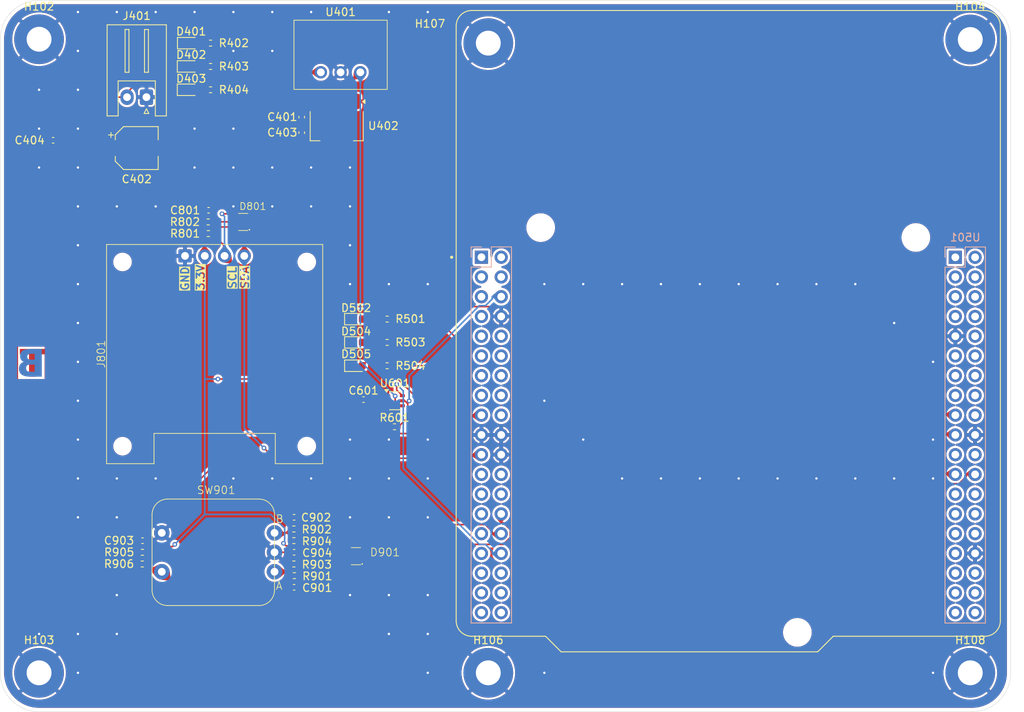
<source format=kicad_pcb>
(kicad_pcb (version 20240108) (generator "pcbnew") (generator_version "8.0")
  (title_block (title "Alarm System – Main Processing Board\n\n") (date "2025-04-15") (rev "1.0") (company "ENSEA") (comment 1 "AHAL Achraf") (comment 2 "HUSSAIN Ali"))
  (layers (0 "F.Cu" signal) (31 "B.Cu" signal) (34 "B.Paste" user) (35 "F.Paste" user) (36 "B.SilkS" user "B.Silkscreen") (37 "F.SilkS" user "F.Silkscreen") (38 "B.Mask" user) (39 "F.Mask" user) (44 "Edge.Cuts" user))
  (net 0 "")
  (net 1 "+12V")
  (net 2 "GND")
  (net 3 "+3.3V")
  (net 4 "+5V")
  (net 5 "/Current_NCS199A3RSQT2G/Load")
  (net 6 "/NUCLEO_L476RG/TIM2_CH1_ENC_A")
  (net 7 "/NUCLEO_L476RG/TIM2_CH2_ENC_B")
  (net 8 "Net-(D401-A)")
  (net 9 "Net-(D402-A)")
  (net 10 "Net-(D403-A)")
  (net 19 "/NUCLEO_L476RG/I2C1_SDA")
  (net 20 "/NUCLEO_L476RG/I2C1_SCL")
  (net 46 "/Current_NCS199A3RSQT2G/Imes")
  (net 75 "/NUCLEO_L476RG/ENC_BTN")
  (net 76 "/NUCLEO_L476RG/LED_3")
  (net 77 "/NUCLEO_L476RG/LED_2")
  (net 78 "/NUCLEO_L476RG/LED_0")
  (net 79 "Net-(D502-A)")
  (net 80 "Net-(D504-A)")
  (net 81 "Net-(D505-A)")
  (net 82 "/Rotary_Encodeur/S")
  (net 83 "/Rotary_Encodeur/B")
  (net 84 "/Rotary_Encodeur/A")
  (footprint "Capacitor_SMD:C_0402_1005Metric" (layer "F.Cu") (at 105.53775 75.01615)
    (property "Reference" "C801")
    (property "Value" "1u" (hide yes))
  )
  (footprint "Resistor_SMD:R_0402_1005Metric" (layer "F.Cu") (at 105.50775 78.01615 180)
    (property "Reference" "R801")
    (property "Value" "1k" (hide yes))
  )
  (footprint "Resistor_SMD:R_0402_1005Metric" (layer "F.Cu") (at 105.79525 56.51615)
    (property "Reference" "R403")
    (property "Value" "1k6" (hide yes))
  )
  (footprint "Package_TO_SOT_SMD:SOT-363_SC-70-6" (layer "F.Cu") (at 129.51775 99.51615)
    (property "Reference" "U601")
    (property "Value" "NCS199A3RSQT2G" (hide yes))
  )
  (footprint "LED_SMD:LED_0603_1608Metric" (layer "F.Cu") (at 102.99775 56.51615)
    (property "Reference" "D402")
    (property "Value" "RED_LED" (hide yes))
  )
  (footprint "Capacitor_SMD:C_0402_1005Metric" (layer "F.Cu") (at 117.51775 65.03615 90)
    (property "Reference" "C403")
    (property "Value" "100u" (hide yes))
  )
  (footprint "Library:173010xxx" (layer "F.Cu") (at 122.51775 57.26615)
    (property "Reference" "U401")
    (property "Value" "173010542" (hide yes))
  )
  (footprint "Library:482016514001_Mechanical_Incremental_Encoder_Switch" (layer "F.Cu") (at 106.51775 119.01615)
    (property "Reference" "SW901")
    (property "Value" "RotaryEncoder_Switch" (hide yes))
  )
  (footprint "Capacitor_SMD:C_0402_1005Metric" (layer "F.Cu") (at 116.53775 119.01615 180)
    (property "Reference" "C904")
    (property "Value" "100n" (hide yes))
  )
  (footprint "LED_SMD:LED_0603_1608Metric" (layer "F.Cu") (at 102.99775 59.51615)
    (property "Reference" "D403")
    (property "Value" "RED_LED" (hide yes))
  )
  (footprint "Resistor_SMD:R_0402_1005Metric" (layer "F.Cu") (at 116.50775 116.01615 180)
    (property "Reference" "R902")
    (property "Value" "10k" (hide yes))
  )
  (footprint "Capacitor_SMD:C_0402_1005Metric" (layer "F.Cu") (at 97.03775 117.51615)
    (property "Reference" "C903")
    (property "Value" "10n" (hide yes))
  )
  (footprint "LED_SMD:LED_0603_1608Metric" (layer "F.Cu") (at 124.51775 89.01615)
    (property "Reference" "D502")
    (property "Value" "RED_LED" (hide yes))
  )
  (footprint "Resistor_SMD:R_0402_1005Metric" (layer "F.Cu") (at 97.02775 119.01615)
    (property "Reference" "R905")
    (property "Value" "10k" (hide yes))
  )
  (footprint "Resistor_SMD:R_0402_1005Metric" (layer "F.Cu") (at 128.50775 95.01615)
    (property "Reference" "R504")
    (property "Value" "400" (hide yes))
  )
  (footprint "Resistor_SMD:R_0402_1005Metric" (layer "F.Cu") (at 129.45775 102.86615)
    (property "Reference" "R601")
    (property "Value" "30m" (hide yes))
  )
  (footprint "Resistor_SMD:R_0402_1005Metric" (layer "F.Cu") (at 105.48775 76.51615 180)
    (property "Reference" "R802")
    (property "Value" "1k" (hide yes))
  )
  (footprint "LED_SMD:LED_0603_1608Metric" (layer "F.Cu") (at 124.51775 92.01615)
    (property "Reference" "D504")
    (property "Value" "YELLOW_LED")
  )
  (footprint "Library:NUCLEO_L476RG" (layer "F.Cu") (at 172.38775 103.91615)
    (property "Reference" "U501")
    (property "Value" "NUCLEO_L476RG")
  )
  (footprint "Library:SBC-OLED01" (layer "F.Cu") (at 108.01775 94.51615)
    (property "Reference" "J801")
    (property "Value" "Conn_01x04" (hide yes))
  )
  (footprint "MountingHole:MountingHole_3.2mm_M3_Pad" (layer "F.Cu") (at 83.73025 53.01615)
    (property "Reference" "H102")
    (property "Value" "MountingHole_Pad" (hide yes))
  )
  (footprint "Resistor_SMD:R_0402_1005Metric" (layer "F.Cu") (at 105.79525 53.51615)
    (property "Reference" "R402")
    (property "Value" "5k1" (hide yes))
  )
  (footprint "Resistor_SMD:R_0402_1005Metric" (layer "F.Cu") (at 116.50775 120.51615 180)
    (property "Reference" "R903")
    (property "Value" "10k" (hide yes))
  )
  (footprint "Package_TO_SOT_SMD:SOT-223-3_TabPin2" (layer "F.Cu") (at 122.01775 64.16615 -90)
    (property "Reference" "U402")
    (property "Value" "AZ1117CH2-3.3TRG1" (hide yes))
  )
  (footprint "Resistor_SMD:R_0402_1005Metric" (layer "F.Cu") (at 116.56775 122.01615 180)
    (property "Reference" "R901")
    (property "Value" "10k" (hide yes))
  )
  (footprint "Library:SC70-5L" (layer "F.Cu") (at 110.01775 76.51615 90)
    (property "Reference" "D801")
    (property "Value" "WE 82402374" (hide yes))
  )
  (footprint "MountingHole:MountingHole_3.2mm_M3_Pad" (layer "F.Cu") (at 83.73025 134.51615)
    (property "Reference" "H103")
    (property "Value" "MountingHole_Pad" (hide yes))
  )
  (footprint "Capacitor_SMD:C_0402_1005Metric" (layer "F.Cu") (at 117.51775 63.03615 -90)
    (property "Reference" "C401")
    (property "Value" "10u" (hide yes))
  )
  (footprint "Capacitor_SMD:C_0402_1005Metric" (layer "F.Cu") (at 85.53775 66.01615 180)
    (property "Reference" "C404")
    (property "Value" "100n" (hide yes))
  )
  (footprint "MountingHole:MountingHole_3.2mm_M3_Pad" (layer "F.Cu") (at 141.51775 53.51615)
    (property "Reference" "H107")
    (property "Value" "MountingHole_Pad")
  )
  (footprint "Capacitor_SMD:C_0402_1005Metric" (layer "F.Cu") (at 116.53775 123.51615 180)
    (property "Reference" "C901")
    (property "Value" "10n" (hide yes))
  )
  (footprint "Capacitor_SMD:C_0402_1005Metric" (layer "F.Cu") (at 116.53775 114.51615 180)
    (property "Reference" "C902")
    (property "Value" "10n" (hide yes))
  )
  (footprint "LED_SMD:LED_0603_1608Metric" (layer "F.Cu") (at 124.51775 95.01615)
    (property "Reference" "D505")
    (property "Value" "GREEN_LED" (hide yes))
  )
  (footprint "MountingHole:MountingHole_3.2mm_M3_Pad" (layer "F.Cu") (at 203.51775 53.05165)
    (property "Reference" "H104")
    (property "Value" "MountingHole_Pad")
  )
  (footprint "Library:SC70-5L" (layer "F.Cu") (at 124.51775 119.51615 90)
    (property "Reference" "D901")
    (property "Value" "WE 82402374" (hide yes))
  )
  (footprint "LED_SMD:LED_0603_1608Metric" (layer "F.Cu") (at 103.01775 53.51615)
    (property "Reference" "D401")
    (property "Value" "RED_LED" (hide yes))
  )
  (footprint "Resistor_SMD:R_0402_1005Metric" (layer "F.Cu") (at 128.50775 92.01615)
    (property "Reference" "R503")
    (property "Value" "800" (hide yes))
  )
  (footprint "Resistor_SMD:R_0402_1005Metric" (layer "F.Cu") (at 97.00775 120.51615 180)
    (property "Reference" "R906")
    (property "Value" "10k" (hide yes))
  )
  (footprint "Resistor_SMD:R_0402_1005Metric" (layer "F.Cu") (at 128.50775 89.01615)
    (property "Reference" "R501")
    (property "Value" "800" (hide yes))
  )
  (footprint "Capacitor_SMD:CP_Elec_5x5.4" (layer "F.Cu") (at 96.29525 67.01615)
    (property "Reference" "C402")
    (property "Value" "22u" (hide yes))
  )
  (footprint "Connector_JST:JST_XH_S2B-XH-A_1x02_P2.50mm_Horizontal" (layer "F.Cu") (at 97.54525 60.46615 180)
    (property "Reference" "J401")
    (property "Value" "Conn_01x02" (hide yes))
  )
  (footprint "Resistor_SMD:R_0402_1005Metric" (layer "F.Cu") (at 105.79525 59.51615)
    (property "Reference" "R404")
    (property "Value" "820" (hide yes))
  )
  (footprint "MountingHole:MountingHole_3.2mm_M3_Pad" (layer "F.Cu") (at 141.51775 134.51615)
    (property "Reference" "H106")
    (property "Value" "MountingHole_Pad")
  )
  (footprint "Resistor_SMD:R_0402_1005Metric" (layer "F.Cu") (at 116.50775 117.51615 180)
    (property "Reference" "R904")
    (property "Value" "10k" (hide yes))
  )
  (footprint "MountingHole:MountingHole_3.2mm_M3_Pad" (layer "F.Cu") (at 203.51775 134.51615)
    (property "Reference" "H108")
    (property "Value" "MountingHole_Pad")
  )
  (footprint "Capacitor_SMD:C_0402_1005Metric" (layer "F.Cu") (at 125.46775 99.36615)
    (property "Reference" "C601")
    (property "Value" "100n" (hide yes))
  )
  (gr_line (start 107.23025 74.51615) (end 108.73025 74.51615) (stroke (width 0.2)) (layer "F.Cu") (net 2))
  (gr_line (start 106.23025 75.01615) (end 107.23025 74.51615) (stroke (width 0.2)) (layer "F.Cu") (net 2))
  (gr_arc (start 203.73025 48.01615) (mid 207.265784 49.480616) (end 208.73025 53.01615) (stroke (width 0.05)) (layer "Edge.Cuts"))
  (gr_arc (start 208.73025 134.51615) (mid 207.265784 138.051684) (end 203.73025 139.51615) (stroke (width 0.05)) (layer "Edge.Cuts"))
  (gr_line (start 203.73025 48.01615) (end 83.73025 48.01615) (stroke (width 0.05)) (layer "Edge.Cuts"))
  (gr_line (start 83.73025 139.51615) (end 203.73025 139.51615) (stroke (width 0.05)) (layer "Edge.Cuts"))
  (gr_line (start 208.73025 134.51615) (end 208.73025 53.01615) (stroke (width 0.05)) (layer "Edge.Cuts"))
  (gr_line (start 78.73025 134.51615) (end 78.73025 53.01615) (stroke (width 0.05)) (layer "Edge.Cuts"))
  (gr_arc (start 78.73025 53.01615) (mid 80.194716 49.480616) (end 83.73025 48.01615) (stroke (width 0.05)) (layer "Edge.Cuts"))
  (gr_arc (start 83.73025 139.51615) (mid 80.194716 138.051684) (end 78.73025 134.51615) (stroke (width 0.05)) (layer "Edge.Cuts"))
  (gr_text "A.AHAL\nA.HUSSAIN" (at 103.73025 135.01615 0) (layer "F.Cu" knockout) (effects (font (size 1.5 1.5) (thickness 0.3) (bold yes)) (justify left bottom)))
  (gr_text "T" (at 81.23025 97.01615 0) (layer "F.Cu") (effects (font (size 3.5 3.5) (thickness 0.75) (bold yes)) (justify left bottom)))
  (gr_text "B" (at 84.53025 97.01615 0) (layer "B.Cu") (effects (font (size 3.5 3.5) (thickness 0.75) (bold yes)) (justify left bottom mirror)))
  (segment (start 94.09525 67.01615) (end 90.71945 63.64025) (width 0.2) (layer "F.Cu") (net 1))
  (segment (start 95.04525 60.46615) (end 94.46945 60.46615) (width 0.2) (layer "F.Cu") (net 1))
  (segment (start 103.77525 55.02615) (end 105.28525 53.51615) (width 0.2) (layer "F.Cu") (net 1))
  (segment (start 119.97775 57.26615) (end 109.03525 57.26615) (width 0.2) (layer "F.Cu") (net 1))
  (segment (start 93.89355 60.46615) (end 90.71945 63.64025) (width 0.2) (layer "F.Cu") (net 1))
  (segment (start 109.03525 57.26615) (end 105.28525 53.51615) (width 0.2) (layer "F.Cu") (net 1))
  (segment (start 94.46945 60.46615) (end 99.90945 55.02615) (width 0.2) (layer "F.Cu") (net 1))
  (segment (start 90.71945 63.64025) (end 88.34355 66.01615) (width 0.2) (layer "F.Cu") (net 1))
  (segment (start 88.34355 66.01615) (end 86.01775 66.01615) (width 0.2) (layer "F.Cu") (net 1))
  (segment (start 94.46945 60.46615) (end 93.89355 60.46615) (width 0.2) (layer "F.Cu") (net 1))
  (segment (start 99.90945 55.02615) (end 103.77525 55.02615) (width 0.2) (layer "F.Cu") (net 1))
  (segment (start 116.05775 119.01615) (end 114.01775 119.01615) (width 0.2) (layer "F.Cu") (net 2))
  (segment (start 113.73025 75.51615) (end 113.73025 74.51615) (width 0.2) (layer "F.Cu") (net 2))
  (segment (start 98.51775 117.51615) (end 99.51775 116.51615) (width 0.2) (layer "F.Cu") (net 2))
  (segment (start 125.842749 119.51615) (end 126.14275 119.816151) (width 0.2) (layer "F.Cu") (net 2))
  (segment (start 126.14275 122.10365) (end 123.73025 124.51615) (width 0.2) (layer "F.Cu") (net 2))
  (segment (start 112.73025 76.51615) (end 113.73025 75.51615) (width 0.2) (layer "F.Cu") (net 2))
  (segment (start 126.14275 119.816151) (end 126.14275 122.10365) (width 0.2) (layer "F.Cu") (net 2))
  (segment (start 125.41775 119.51615) (end 125.842749 119.51615) (width 0.2) (layer "F.Cu") (net 2))
  (segment (start 97.51775 117.51615) (end 98.51775 117.51615) (width 0.2) (layer "F.Cu") (net 2))
  (segment (start 110.91775 76.51615) (end 112.73025 76.51615) (width 0.2) (layer "F.Cu") (net 2))
  (via (at 88.73025 104.51615) (size 0.6) (drill 0.3) (layers "F.Cu" "B.Cu") (net 2))
  (via (at 178.73025 84.51615) (size 0.6) (drill 0.3) (layers "F.Cu" "B.Cu") (net 2))
  (via (at 158.73025 84.51615) (size 0.6) (drill 0.3) (layers "F.Cu" "B.Cu") (net 2))
  (via (at 198.73025 104.51615) (size 0.6) (drill 0.3) (layers "F.Cu" "B.Cu") (net 2))
  (via (at 133.73025 124.51615) (size 0.6) (drill 0.3) (layers "F.Cu" "B.Cu") (net 2))
  (via (at 113.73025 69.51615) (size 0.6) (drill 0.3) (layers "F.Cu" "B.Cu") (net 2))
  (via (at 198.73025 109.51615) (size 0.6) (drill 0.3) (layers "F.Cu" "B.Cu") (net 2))
  (via (at 88.73025 59.51615) (size 0.6) (drill 0.3) (layers "F.Cu" "B.Cu") (net 2))
  (via (at 148.73025 134.51615) (size 0.6) (drill 0.3) (layers "F.Cu" "B.Cu") (net 2))
  (via (at 128.73025 129.51615) (size 0.6) (drill 0.3) (layers "F.Cu" "B.Cu") (net 2))
  (via (at 148.73025 99.51615) (size 0.6) (drill 0.3) (layers "F.Cu" "B.Cu") (net 2))
  (via (at 133.73025 114.51615) (size 0.6) (drill 0.3) (layers "F.Cu" "B.Cu") (net 2))
  (via (at 188.73025 109.51615) (size 0.6) (drill 0.3) (layers "F.Cu" "B.Cu") (net 2))
  (via (at 128.73025 124.51615) (size 0.6) (drill 0.3) (layers "F.Cu" "B.Cu") (net 2))
  (via (at 123.73025 74.51615) (size 0.6) (drill 0.3) (layers "F.Cu" "B.Cu") (net 2))
  (via (at 108.73025 74.51615) (size 0.6) (drill 0.3) (layers "F.Cu" "B.Cu") (net 2))
  (via (at 103.73025 69.51615) (size 0.6) (drill 0.3) (layers "F.Cu" "B.Cu") (net 2))
  (via (at 88.73025 49.51615) (size 0.6) (drill 0.3) (layers "F.Cu" "B.Cu") (net 2))
  (via (at 93.73025 124.51615) (size 0.6) (drill 0.3) (layers "F.Cu" "B.Cu") (net 2))
  (via (at 118.73025 69.51615) (size 0.6) (drill 0.3) (layers "F.Cu" "B.Cu") (net 2))
  (via (at 83.73025 129.51615) (size 0.6) (drill 0.3) (layers "F.Cu" "B.Cu") (net 2))
  (via (at 83.73025 69.51615) (size 0.6) (drill 0.3) (layers "F.Cu" "B.Cu") (net 2))
  (via (at 88.73025 129.51615) (size 0.6) (drill 0.3) (layers "F.Cu" "B.Cu") (net 2))
  (via (at 118.73025 74.51615) (size 0.6) (drill 0.3) (layers "F.Cu" "B.Cu") (net 2))
  (via (at 168.73025 109.51615) (size 0.6) (drill 0.3) (layers "F.Cu" "B.Cu") (net 2))
  (via (at 88.73025 54.51615) (size 0.6) (drill 0.3) (layers "F.Cu" "B.Cu") (net 2))
  (via (at 193.73025 89.51615) (size 0.6) (drill 0.3) (layers "F.Cu" "B.Cu") (net 2))
  (via (at 123.73025 124.51615) (size 0.6) (drill 0.3) (layers "F.Cu" "B.Cu") (net 2))
  (via (at 123.73025 114.51615) (size 0.6) (drill 0.3) (layers "F.Cu" "B.Cu") (net 2))
  (via (at 123.73025 79.51615) (size 0.6) (drill 0.3) (layers "F.Cu" "B.Cu") (net 2))
  (via (at 88.73025 64.51615) (size 0.6) (drill 0.3) (layers "F.Cu" "B.Cu") (net 2))
  (via (at 153.73025 84.51615) (size 0.6) (drill 0.3) (layers "F.Cu" "B.Cu") (net 2))
  (via (at 83.73025 59.51615) (size 0.6) (drill 0.3) (layers "F.Cu" "B.Cu") (net 2))
  (via (at 108.73025 54.51615) (size 0.6) (drill 0.3) (layers "F.Cu" "B.Cu") (net 2))
  (via (at 88.73025 134.51615) (size 0.6) (drill 0.3) (layers "F.Cu" "B.Cu") (net 2))
  (via (at 133.73025 129.51615) (size 0.6) (drill 0.3) (layers "F.Cu" "B.Cu") (net 2))
  (via (at 98.73025 74.51615) (size 0.6) (drill 0.3) (layers "F.Cu" "B.Cu") (net 2))
  (via (at 198.73025 94.51615) (size 0.6) (drill 0.3) (layers "F.Cu" "B.Cu") (net 2))
  (via (at 163.73025 109.51615) (size 0.6) (drill 0.3) (layers "F.Cu" "B.Cu") (net 2))
  (via (at 133.73025 84.51615) (size 0.6) (drill 0.3) (layers "F.Cu" "B.Cu") (net 2))
  (via (at 108.73025 49.51615) (size 0.6) (drill 0.3) (layers "F.Cu" "B.Cu") (net 2))
  (via (at 173.73025 109.51615) (size 0.6) (drill 0.3) (layers "F.Cu" "B.Cu") (net 2))
  (via (at 98.73025 49.51615) (size 0.6) (drill 0.3) (layers "F.Cu" "B.Cu") (net 2))
  (via (at 133.73025 49.51615) (size 0.6) (drill 0.3) (layers "F.Cu" "B.Cu") (net 2))
  (via (at 113.73025 49.51615) (size 0.6) (drill 0.3) (layers "F.Cu" "B.Cu") (net 2))
  (via (at 128.73025 114.51615) (size 0.6) (drill 0.3) (layers "F.Cu" "B.Cu") (net 2))
  (via (at 88.73025 74.51615) (size 0.6) (drill 0.3) (layers "F.Cu" "B.Cu") (net 2))
  (via (at 113.73025 54.51615) (size 0.6) (drill 0.3) (layers "F.Cu" "B.Cu") (net 2))
  (via (at 88.73025 79.51615) (size 0.6) (drill 0.3) (layers "F.Cu" "B.Cu") (net 2))
  (via (at 93.73025 109.51615) (size 0.6) (drill 0.3) (layers "F.Cu" "B.Cu") (net 2))
  (via (at 133.73025 104.51615) (size 0.6) (drill 0.3) (layers "F.Cu" "B.Cu") (net 2))
  (via (at 133.73025 109.51615) (size 0.6) (drill 0.3) (layers "F.Cu" "B.Cu") (net 2))
  (via (at 153.73025 104.51615) (size 0.6) (drill 0.3) (layers "F.Cu" "B.Cu") (net 2))
  (via (at 163.73025 84.51615) (size 0.6) (drill 0.3) (layers "F.Cu" "B.Cu") (net 2))
  (via (at 93.73025 74.51615) (size 0.6) (drill 0.3) (layers "F.Cu" "B.Cu") (net 2))
  (via (at 158.73025 109.51615) (size 0.6) (drill 0.3) (layers "F.Cu" "B.Cu") (net 2))
  (via (at 88.73025 99.51615) (size 0.6) (drill 0.3) (layers "F.Cu" "B.Cu") (net 2))
  (via (at 123.73025 84.51615) (size 0.6) (drill 0.3) (layers "F.Cu" "B.Cu") (net 2))
  (via (at 88.73025 114.51615) (size 0.6) (drill 0.3) (layers "F.Cu" "B.Cu") (net 2))
  (via (at 128.73025 109.51615) (size 0.6) (drill 0.3) (layers "F.Cu" "B.Cu") (net 2))
  (via (at 93.73025 129.51615) (size 0.6) (drill 0.3) (layers "F.Cu" "B.Cu") (net 2))
  (via (at 103.73025 49.51615) (size 0.6) (drill 0.3) (layers "F.Cu" "B.Cu") (net 2))
  (via (at 183.73025 109.51615) (size 0.6) (drill 0.3) (layers "F.Cu" "B.Cu") (net 2))
  (via (at 133.73025 134.51615) (size 0.6) (drill 0.3) (layers "F.Cu" "B.Cu") (net 2))
  (via (at 93.73025 114.51615) (size 0.6) (drill 0.3) (layers "F.Cu" "B.Cu") (net 2))
  (via (at 88.73025 69.51615) (size 0.6) (drill 0.3) (layers "F.Cu" "B.Cu") (net 2))
  (via (at 148.73025 84.51615) (size 0.6) (drill 0.3) (layers "F.Cu" "B.Cu") (net 2))
  (via (at 88.73025 84.51615) (size 0.6) (drill 0.3) (layers "F.Cu" "B.Cu") (net 2))
  (via (at 128.73025 49.51615) (size 0.6) (drill 0.3) (layers "F.Cu" "B.Cu") (net 2))
  (via (at 98.73025 109.51615) (size 0.6) (drill 0.3) (layers "F.Cu" "B.Cu") (net 2))
  (via (at 118.73025 49.51615) (size 0.6) (drill 0.3) (layers "F.Cu" "B.Cu") (net 2))
  (via (at 198.73025 134.51615) (size 0.6) (drill 0.3) (layers "F.Cu" "B.Cu") (net 2))
  (via (at 88.73025 109.51615) (size 0.6) (drill 0.3) (layers "F.Cu" "B.Cu") (net 2))
  (via (at 188.73025 84.51615) (size 0.6) (drill 0.3) (layers "F.Cu" "B.Cu") (net 2))
  (via (at 113.73025 109.51615) (size 0.6) (drill 0.3) (layers "F.Cu" "B.Cu") (net 2))
  (via (at 108.73025 69.51615) (size 0.6) (drill 0.3) (layers "F.Cu" "B.Cu") (net 2))
  (via (at 93.73025 49.51615) (size 0.6) (drill 0.3) (layers "F.Cu" "B.Cu") (net 2))
  (via (at 178.73025 109.51615) (size 0.6) (drill 0.3) (layers "F.Cu" "B.Cu") (net 2))
  (via (at 88.73025 94.51615) (size 0.6) (drill 0.3) (layers "F.Cu" "B.Cu") (net 2))
  (via (at 108.73025 109.51615) (size 0.6) (drill 0.3) (layers "F.Cu" "B.Cu") (net 2))
  (via (at 88.73025 89.51615) (size 0.6) (drill 0.3) (layers "F.Cu" "B.Cu") (net 2))
  (via (at 128.73025 84.51615) (size 0.6) (drill 0.3) (layers "F.Cu" "B.Cu") (net 2))
  (via (at 113.73025 74.51615) (size 0.6) (drill 0.3) (layers "F.Cu" "B.Cu") (net 2))
  (via (at 173.73025 84.51615) (size 0.6) (drill 0.3) (layers "F.Cu" "B.Cu") (net 2))
  (via (at 118.73025 109.51615) (size 0.6) (drill 0.3) (layers "F.Cu" "B.Cu") (net 2))
  (via (at 123.73025 69.51615) (size 0.6) (drill 0.3) (layers "F.Cu" "B.Cu") (net 2))
  (via (at 183.73025 84.51615) (size 0.6) (drill 0.3) (layers "F.Cu" "B.Cu") (net 2))
  (via (at 193.73025 109.51615) (size 0.6) (drill 0.3) (layers "F.Cu" "B.Cu") (net 2))
  (via (at 168.73025 84.51615) (size 0.6) (drill 0.3) (layers "F.Cu" "B.Cu") (net 2))
  (via (at 128.73025 104.51615) (size 0.6) (drill 0.3) (layers "F.Cu" "B.Cu") (net 2))
  (via (at 108.73025 64.51615) (size 0.6) (drill 0.3) (layers "F.Cu" "B.Cu") (net 2))
  (via (at 123.73025 104.51615) (size 0.6) (drill 0.3) (layers "F.Cu" "B.Cu") (net 2))
  (via (at 83.73025 64.51615) (size 0.6) (drill 0.3) (layers "F.Cu" "B.Cu") (net 2))
  (via (at 103.73025 64.51615) (size 0.6) (drill 0.3) (layers "F.Cu" "B.Cu") (net 2))
  (via (at 123.73025 109.51615) (size 0.6) (drill 0.3) (layers "F.Cu" "B.Cu") (net 2))
  (segment (start 122.01775 67.31615) (end 120.21775 65.51615) (width 0.2) (layer "F.Cu") (net 3))
  (segment (start 106.74175 96.72365) (end 122.34525 96.72365) (width 0.2) (layer "F.Cu") (net 3))
  (segment (start 122.01775 63.71615) (end 120.21775 65.51615) (width 0.2) (layer "F.Cu") (net 3))
  (segment (start 117.51775 65.51615) (end 111.28525 65.51615) (width 0.2) (layer "F.Cu") (net 3))
  (segment (start 104.97775 76.51615) (end 104.97775 75.09615) (width 0.2) (layer "F.Cu") (net 3))
  (segment (start 100.90005 118.28385) (end 97.25005 118.28385) (width 0.2) (layer "F.Cu") (net 3))
  (segment (start 117.01775 120.51615) (end 117.01775 119.01615) (width 0.2) (layer "F.Cu") (net 3))
  (segment (start 104.99775 80.83615) (end 104.99775 78.01615) (width 0.2) (layer "F.Cu") (net 3))
  (segment (start 105.04775 80.88615) (end 104.99775 80.83615) (width 0.2) (layer "F.Cu") (net 3))
  (segment (start 105.62775 77.16615) (end 104.97775 76.51615) (width 0.2) (layer "F.Cu") (net 3))
  (segment (start 111.28525 65.51615) (end 105.28525 59.51615) (width 0.2) (layer "F.Cu") (net 3))
  (segment (start 122.34525 96.72365) (end 124.98775 99.36615) (width 0.2) (layer "F.Cu") (net 3))
  (segment (start 115.16905 117.85495) (end 115.50085 118.18675) (width 0.2) (layer "F.Cu") (net 3))
  (segment (start 115.50085 118.18675) (end 117.01775 118.18675) (width 0.2) (layer "F.Cu") (net 3))
  (segment (start 125.78775 100.16615) (end 124.98775 99.36615) (width 0.2) (layer "F.Cu") (net 3))
  (segment (start 97.25005 118.28385) (end 96.51775 119.01615) (width 0.2) (layer "F.Cu") (net 3))
  (segment (start 128.56775 100.16615) (end 125.78775 100.16615) (width 0.2) (layer "F.Cu") (net 3))
  (segment (start 117.01775 119.01615) (end 117.01775 118.18675) (width 0.2) (layer "F.Cu") (net 3))
  (segment (start 120.21775 65.51615) (end 117.51775 65.51615) (width 0.2) (layer "F.Cu") (net 3))
  (segment (start 104.97775 75.09615) (end 105.05775 75.01615) (width 0.2) (layer "F.Cu") (net 3))
  (segment (start 122.01775 61.01615) (end 122.01775 63.71615) (width 0.2) (layer "F.Cu") (net 3))
  (segment (start 117.01775 118.18675) (end 117.01775 117.51615) (width 0.2) (layer "F.Cu") (net 3))
  (segment (start 101.19075 117.99315) (end 100.90005 118.28385) (width 0.2) (layer "F.Cu") (net 3))
  (segment (start 105.62775 77.16615) (end 105.62775 77.38615) (width 0.2) (layer "F.Cu") (net 3))
  (segment (start 105.62775 77.16615) (end 109.06775 77.16615) (width 0.2) (layer "F.Cu") (net 3))
  (segment (start 122.01775 67.31615) (end 112.75775 67.31615) (width 0.2) (layer "F.Cu") (net 3))
  (segment (start 105.62775 77.38615) (end 104.99775 78.01615) (width 0.2) (layer "F.Cu") (net 3))
  (segment (start 112.75775 67.31615) (end 105.05775 75.01615) (width 0.2) (layer "F.Cu") (net 3))
  (via (at 101.19075 117.99315) (size 0.6) (drill 0.3) (layers "F.Cu" "B.Cu") (net 3))
  (via (at 115.16905 117.85495) (size 0.6) (drill 0.3) (layers "F.Cu" "B.Cu") (net 3))
  (via (at 106.74175 96.72365) (size 0.6) (drill 0.3) (layers "F.Cu" "B.Cu") (net 3))
  (segment (start 115.31945 115.92255) (end 115.31945 117.70455) (width 0.2) (layer "B.Cu") (net 3))
  (segment (start 105.04775 114.13615) (end 101.19075 117.99315) (width 0.2) (layer "B.Cu") (net 3))
  (segment (start 105.04775 80.88615) (end 105.04775 96.72365) (width 0.2) (layer "B.Cu") (net 3))
  (segment (start 113.53305 114.13615) (end 115.31945 115.92255) (width 0.2) (layer "B.Cu") (net 3))
  (segment (start 105.04775 96.72365) (end 105.04775 114.13615) (width 0.2) (layer "B.Cu") (net 3))
  (segment (start 105.04775 114.13615) (end 113.53305 114.13615) (width 0.2) (layer "B.Cu") (net 3))
  (segment (start 105.04775 96.72365) (end 106.74175 96.72365) (width 0.2) (layer "B.Cu") (net 3))
  (segment (start 115.31945 117.70455) (end 115.16905 117.85495) (width 0.2) (layer "B.Cu") (net 3))
  (segment (start 119.71775 59.18355) (end 107.95265 59.18355) (width 0.2) (layer "F.Cu") (net 4))
  (segment (start 119.71775 61.01615) (end 119.71775 59.18355) (width 0.2) (layer "F.Cu") (net 4))
  (segment (start 128.94775 100.75705) (end 129.53865 100.16615) (width 0.2) (layer "F.Cu") (net 4))
  (segment (start 129.53865 100.16615) (end 130.46775 100.16615) (width 0.2) (layer "F.Cu") (net 4))
  (segment (start 123.14035 59.18355) (end 119.71775 59.18355) (width 0.2) (layer "F.Cu") (net 4))
  (segment (start 129.53865 100.16615) (end 129.53865 98.91105) (width 0.2) (layer "F.Cu") (net 4))
  (segment (start 125.05775 57.26615) (end 123.14035 59.18355) (width 0.2) (layer "F.Cu") (net 4))
  (segment (start 107.95265 59.18355) (end 105.28525 56.51615) (width 0.2) (layer "F.Cu") (net 4))
  (segment (start 117.51775 62.55615) (end 118.17775 62.55615) (width 0.2) (layer "F.Cu") (net 4))
  (segment (start 118.17775 62.55615) (end 119.71775 61.01615) (width 0.2) (layer "F.Cu") (net 4))
  (segment (start 128.94775 102.86615) (end 128.94775 100.75705) (width 0.2) (layer "F.Cu") (net 4))
  (via (at 129.53865 98.91105) (size 0.6) (drill 0.3) (layers "F.Cu" "B.Cu") (net 4))
  (segment (start 125.05775 57.26615) (end 125.05775 94.43015) (width 0.2) (layer "B.Cu") (net 4))
  (segment (start 125.05775 94.43015) (end 129.53865 98.91105) (width 0.2) (layer "B.Cu") (net 4))
  (segment (start 131.15735 99.90155) (end 131.15735 101.67655) (width 0.2) (layer "F.Cu") (net 5))
  (segment (start 130.77195 99.51615) (end 131.06825 99.81235) (width 0.2) (layer "F.Cu") (net 5))
  (segment (start 131.15735 101.67655) (end 129.96775 102.86615) (width 0.2) (layer "F.Cu") (net 5))
  (segment (start 131.06825 99.81235) (end 131.15735 99.90155) (width 0.2) (layer "F.Cu") (net 5))
  (segment (start 131.33785 99.54275) (end 131.06825 99.81235) (width 0.2) (layer "F.Cu") (net 5))
  (segment (start 130.46775 99.51615) (end 130.77195 99.51615) (width 0.2) (layer "F.Cu") (net 5))
  (via (at 131.33785 99.54275) (size 0.6) (drill 0.3) (layers "F.Cu" "B.Cu") (net 5))
  (segment (start 142.02605 86.13615) (end 142.02605 86.42415) (width 0.2) (layer "B.Cu") (net 5))
  (segment (start 142.02605 86.42415) (end 141.16235 87.28785) (width 0.2) (layer "B.Cu") (net 5))
  (segment (start 140.36215 87.28785) (end 131.33785 96.31215) (width 0.2) (layer "B.Cu") (net 5))
  (segment (start 141.16235 87.28785) (end 140.36215 87.28785) (width 0.2) (layer "B.Cu") (net 5))
  (segment (start 143.17775 86.13615) (end 142.02605 86.13615) (width 0.2) (layer "B.Cu") (net 5))
  (segment (start 131.33785 96.31215) (end 131.33785 99.54275) (width 0.2) (layer "B.Cu") (net 5))
  (segment (start 143.46565 115.22785) (end 143.17775 115.22785) (width 0.2) (layer "F.Cu") (net 6))
  (segment (start 144.34165 117.09145) (end 144.34165 116.10385) (width 0.2) (layer "F.Cu") (net 6))
  (segment (start 143.17775 114.07615) (end 143.17775 115.22785) (width 0.2) (layer "F.Cu") (net 6))
  (segment (start 117.07775 122.01615) (end 122.74485 122.01615) (width 0.2) (layer "F.Cu") (net 6))
  (segment (start 122.74485 122.01615) (end 124.49275 120.26825) (width 0.2) (layer "F.Cu") (net 6))
  (segment (start 143.43595 117.99715) (end 144.34165 117.09145) (width 0.2) (layer "F.Cu") (net 6))
  (segment (start 144.34165 116.10385) (end 143.46565 115.22785) (width 0.2) (layer "F.Cu") (net 6))
  (segment (start 128.11255 117.99865) (end 128.11405 117.99715) (width 0.2) (layer "F.Cu") (net 6))
  (segment (start 117.07775 123.45615) (end 117.07775 122.01615) (width 0.2) (layer "F.Cu") (net 6))
  (segment (start 125.29085 117.99865) (end 128.11255 117.99865) (width 0.2) (layer "F.Cu") (net 6))
  (segment (start 124.49275 118.79675) (end 125.29085 117.99865) (width 0.2) (layer "F.Cu") (net 6))
  (segment (start 124.49275 120.26825) (end 124.49275 118.79675) (width 0.2) (layer "F.Cu") (net 6))
  (segment (start 128.11405 117.99715) (end 143.43595 117.99715) (width 0.2) (layer "F.Cu") (net 6))
  (segment (start 117.01775 123.51615) (end 117.07775 123.45615) (width 0.2) (layer "F.Cu") (net 6))
  (segment (start 117.01775 115.45365) (end 141.13205 115.45365) (width 0.2) (layer "F.Cu") (net 7))
  (segment (start 143.17775 116.61615) (end 142.02605 116.61615) (width 0.2) (layer "F.Cu") (net 7))
  (segment (start 142.02605 116.34765) (end 142.02605 116.61615) (width 0.2) (layer "F.Cu") (net 7))
  (segment (start 141.13205 115.45365) (end 142.02605 116.34765) (width 0.2) (layer "F.Cu") (net 7))
  (segment (start 117.01775 115.45365) (end 117.01775 116.01615) (width 0.2) (layer "F.Cu") (net 7))
  (segment (start 117.01775 114.51615) (end 117.01775 115.45365) (width 0.2) (layer "F.Cu") (net 7))
  (segment (start 104.44555 52.87585) (end 105.66495 52.87585) (width 0.2) (layer "F.Cu") (net 8))
  (segment (start 105.66495 52.87585) (end 106.30525 53.51615) (width 0.2) (layer "F.Cu") (net 8))
  (segment (start 103.80525 53.51615) (end 104.44555 52.87585) (width 0.2) (layer "F.Cu") (net 8))
  (segment (start 103.78525 56.51615) (end 104.43425 55.86715) (width 0.2) (layer "F.Cu") (net 9))
  (segment (start 104.43425 55.86715) (end 105.65625 55.86715) (width 0.2) (layer "F.Cu") (net 9))
  (segment (start 105.65625 55.86715) (end 106.30525 56.51615) (width 0.2) (layer "F.Cu") (net 9))
  (segment (start 104.43425 58.86715) (end 105.65625 58.86715) (width 0.2) (layer "F.Cu") (net 10))
  (segment (start 105.65625 58.86715) (end 106.30525 59.51615) (width 0.2) (layer "F.Cu") (net 10))
  (segment (start 103.78525 59.51615) (end 104.43425 58.86715) (width 0.2) (layer "F.Cu") (net 10))
  (segment (start 106.00595 76.50795) (end 105.99775 76.51615) (width 0.2) (layer "F.Cu") (net 19))
  (segment (start 110.91775 75.86615) (end 110.48455 75.86615) (width 0.2) (layer "F.Cu") (net 19))
  (segment (start 110.12775 76.79295) (end 109.84275 76.50795) (width 0.2) (layer "F.Cu") (net 19))
  (segment (start 110.12775 80.88615) (end 110.12775 76.79295) (width 0.2) (layer "F.Cu") (net 19))
  (segment (start 110.48455 75.86615) (end 109.84275 76.50795) (width 0.2) (layer "F.Cu") (net 19))
  (segment (start 113.97145 106.90945) (end 112.65995 105.59795) (width 0.2) (layer "F.Cu") (net 19))
  (segment (start 139.03275 106.90945) (end 113.97145 106.90945) (width 0.2) (layer "F.Cu") (net 19))
  (segment (start 140.63775 106.45615) (end 139.48605 106.45615) (width 0.2) (layer "F.Cu") (net 19))
  (segment (start 109.84275 76.50795) (end 106.00595 76.50795) (width 0.2) (layer "F.Cu") (net 19))
  (segment (start 139.48605 106.45615) (end 139.03275 106.90945) (width 0.2) (layer "F.Cu") (net 19))
  (via (at 112.65995 105.59795) (size 0.6) (drill 0.3) (layers "F.Cu" "B.Cu") (net 19))
  (segment (start 112.65995 105.59795) (end 110.12775 103.06575) (width 0.2) (layer "B.Cu") (net 19))
  (segment (start 110.12775 103.06575) (end 110.12775 80.88615) (width 0.2) (layer "B.Cu") (net 19))
  (segment (start 107.58775 79.58615) (end 106.01775 78.01615) (width 0.2) (layer "F.Cu") (net 20))
  (segment (start 107.58775 80.88615) (end 107.58775 79.58615) (width 0.2) (layer "F.Cu") (net 20))
  (segment (start 186.47605 87.40615) (end 114.10775 87.40615) (width 0.2) (layer "F.Cu") (net 20))
  (segment (start 107.25975 75.47295) (end 108.67455 75.47295) (width 0.2) (layer "F.Cu") (net 20))
  (segment (start 114.10775 87.40615) (end 107.58775 80.88615) (width 0.2) (layer "F.Cu") (net 20))
  (segment (start 108.67455 75.47295) (end 109.06775 75.86615) (width 0.2) (layer "F.Cu") (net 20))
  (segment (start 201.59775 101.37615) (end 200.44605 101.37615) (width 0.2) (layer "F.Cu") (net 20))
  (segment (start 200.44605 101.37615) (end 186.47605 87.40615) (width 0.2) (layer "F.Cu") (net 20))
  (via (at 107.25975 75.47295) (size 0.6) (drill 0.3) (layers "F.Cu" "B.Cu") (net 20))
  (segment (start 107.58775 75.80095) (end 107.25975 75.47295) (width 0.2) (layer "B.Cu") (net 20))
  (segment (start 107.58775 80.88615) (end 107.58775 75.80095) (width 0.2) (layer "B.Cu") (net 20))
  (segment (start 129.73025 97.40745) (end 129.73025 98.12865) (width 0.2) (layer "F.Cu") (net 46))
  (segment (start 129.73025 98.12865) (end 130.46775 98.86615) (width 0.2) (layer "F.Cu") (net 46))
  (via (at 129.73025 97.40745) (size 0.6) (drill 0.3) (layers "F.Cu" "B.Cu") (net 46))
  (segment (start 130.57985 98.25705) (end 129.73025 97.40745) (width 0.2) (layer "B.Cu") (net 46))
  (segment (start 140.36965 118.00445) (end 130.57985 108.21465) (width 0.2) (layer "B.Cu") (net 46))
  (segment (start 142.02605 119.15615) (end 142.02605 118.86815) (width 0.2) (layer "B.Cu") (net 46))
  (segment (start 141.16235 118.00445) (end 140.36965 118.00445) (width 0.2) (layer "B.Cu") (net 46))
  (segment (start 142.02605 118.86815) (end 141.16235 118.00445) (width 0.2) (layer "B.Cu") (net 46))
  (segment (start 143.17775 119.15615) (end 142.02605 119.15615) (width 0.2) (layer "B.Cu") (net 46))
  (segment (start 130.57985 108.21465) (end 130.57985 98.25705) (width 0.2) (layer "B.Cu") (net 46))
  (segment (start 95.91795 118.15595) (end 96.55775 117.51615) (width 0.2) (layer "F.Cu") (net 75))
  (segment (start 95.91795 119.93635) (end 95.91795 118.15595) (width 0.2) (layer "F.Cu") (net 75))
  (segment (start 140.63775 101.37615) (end 139.48605 101.37615) (width 0.2) (layer "F.Cu") (net 75))
  (segment (start 96.49775 120.51615) (end 95.91795 119.93635) (width 0.2) (layer "F.Cu") (net 75))
  (segment (start 110.33965 103.73425) (end 137.12795 103.73425) (width 0.2) (layer "F.Cu") (net 75))
  (segment (start 137.12795 103.73425) (end 139.48605 101.37615) (width 0.2) (layer "F.Cu") (net 75))
  (segment (start 96.55775 117.51615) (end 110.33965 103.73425) (width 0.2) (layer "F.Cu") (net 75))
  (segment (start 204.13775 108.99615) (end 202.98605 108.99615) (width 0.2) (layer "F.Cu") (net 76))
  (segment (start 129.97945 96.80575) (end 129.78735 96.80575) (width 0.2) (layer "F.Cu") (net 76))
  (segment (start 202.06395 110.18675) (end 154.40855 110.18675) (width 0.2) (layer "F.Cu") (net 76))
  (segment (start 144.32795 100.10615) (end 133.27985 100.10615) (width 0.2) (layer "F.Cu") (net 76))
  (segment (start 202.98605 109.26465) (end 202.06395 110.18675) (width 0.2) (layer "F.Cu") (net 76))
  (segment (start 202.98605 108.99615) (end 202.98605 109.26465) (width 0.2) (layer "F.Cu") (net 76))
  (segment (start 129.78735 96.80575) (end 127.99775 95.01615) (width 0.2) (layer "F.Cu") (net 76))
  (segment (start 154.40855 110.18675) (end 144.32795 100.10615) (width 0.2) (layer "F.Cu") (net 76))
  (segment (start 133.27985 100.10615) (end 129.97945 96.80575) (width 0.2) (layer "F.Cu") (net 76))
  (segment (start 186.47605 95.02615) (end 200.44605 108.99615) (width 0.2) (layer "F.Cu") (net 77))
  (segment (start 131.00775 95.02615) (end 186.47605 95.02615) (width 0.2) (layer "F.Cu") (net 77))
  (segment (start 127.99775 92.01615) (end 131.00775 95.02615) (width 0.2) (layer "F.Cu") (net 77))
  (segment (start 201.59775 108.99615) (end 200.44605 108.99615) (width 0.2) (layer "F.Cu") (net 77))
  (segment (start 134.28875 88.35365) (end 138.42275 92.48765) (width 0.2) (layer "F.Cu") (net 78))
  (segment (start 128.66025 88.35365) (end 134.28875 88.35365) (width 0.2) (layer "F.Cu") (net 78))
  (segment (start 138.42275 92.48765) (end 189.01755 92.48765) (width 0.2) (layer "F.Cu") (net 78))
  (segment (start 189.01755 92.48765) (end 200.44605 103.91615) (width 0.2) (layer "F.Cu") (net 78))
  (segment (start 201.59775 103.91615) (end 200.44605 103.91615) (width 0.2) (layer "F.Cu") (net 78))
  (segment (start 127.99775 89.01615) (end 128.66025 88.35365) (width 0.2) (layer "F.Cu") (net 78))
  (segment (start 125.30525 89.01615) (end 125.97495 89.68585) (width 0.2) (layer "F.Cu") (net 79))
  (segment (start 128.34805 89.68585) (end 129.01775 89.01615) (width 0.2) (layer "F.Cu") (net 79))
  (segment (start 125.97495 89.68585) (end 128.34805 89.68585) (width 0.2) (layer "F.Cu") (net 79))
  (segment (start 128.36105 91.35945) (end 129.01775 92.01615) (width 0.2) (layer "F.Cu") (net 80))
  (segment (start 125.96195 91.35945) (end 128.36105 91.35945) (width 0.2) (layer "F.Cu") (net 80))
  (segment (start 125.30525 92.01615) (end 125.96195 91.35945) (width 0.2) (layer "F.Cu") (net 80))
  (segment (start 128.36105 94.35945) (end 129.01775 95.01615) (width 0.2) (layer "F.Cu") (net 81))
  (segment (start 125.30525 95.01615) (end 125.96195 94.35945) (width 0.2) (layer "F.Cu") (net 81))
  (segment (start 125.96195 94.35945) (end 128.36105 94.35945) (width 0.2) (layer "F.Cu") (net 81))
  (segment (start 97.51775 119.03615) (end 97.51775 120.51615) (width 0.2) (layer "F.Cu") (net 82))
  (segment (start 99.51775 121.51615) (end 102.13965 124.13805) (width 0.2) (layer "F.Cu") (net 82))
  (segment (start 97.51775 120.51615) (end 98.51775 121.51615) (width 0.2) (layer "F.Cu") (net 82))
  (segment (start 102.13965 124.13805) (end 121.44585 124.13805) (width 0.2) (layer "F.Cu") (net 82))
  (segment (start 97.53775 119.01615) (end 97.51775 119.03615) (width 0.2) (layer "F.Cu") (net 82))
  (segment (start 121.44585 124.13805) (end 125.41775 120.16615) (width 0.2) (layer "F.Cu") (net 82))
  (segment (start 98.51775 121.51615) (end 99.51775 121.51615) (width 0.2) (layer "F.Cu") (net 82))
  (segment (start 123.56775 118.86615) (end 121.59275 116.89115) (width 0.2) (layer "F.Cu") (net 83))
  (segment (start 115.99775 117.51615) (end 115.99775 116.89115) (width 0.2) (layer "F.Cu") (net 83))
  (segment (start 121.59275 116.89115) (end 115.99775 116.89115) (width 0.2) (layer "F.Cu") (net 83))
  (segment (start 115.56025 116.45365) (end 115.99775 116.01615) (width 0.2) (layer "F.Cu") (net 83))
  (segment (start 115.49775 116.51615) (end 115.56025 116.45365) (width 0.2) (layer "F.Cu") (net 83))
  (segment (start 115.99775 116.89115) (end 115.56025 116.45365) (width 0.2) (layer "F.Cu") (net 83))
  (segment (start 114.01775 116.51615) (end 115.49775 116.51615) (width 0.2) (layer "F.Cu") (net 83))
  (segment (start 116.77775 121.29615) (end 115.99775 120.51615) (width 0.2) (layer "F.Cu") (net 84))
  (segment (start 114.01775 121.51615) (end 115.55775 121.51615) (width 0.2) (layer "F.Cu") (net 84))
  (segment (start 116.77775 121.29615) (end 116.05775 122.01615) (width 0.2) (layer "F.Cu") (net 84))
  (segment (start 122.43775 121.29615) (end 116.77775 121.29615) (width 0.2) (layer "F.Cu") (net 84))
  (segment (start 123.56775 120.16615) (end 122.43775 121.29615) (width 0.2) (layer "F.Cu") (net 84))
  (segment (start 115.55775 121.51615) (end 116.05775 122.01615) (width 0.2) (layer "F.Cu") (net 84))
  (zone (net 2) (net_name "GND") (layers "F&B.Cu") (connect_pads (clearance 0.3)) (min_thickness 0.25) (fill yes (thermal_gap 0.25) (thermal_bridge_width 0.5))
    (polygon (pts (xy 78.73025 48.01615) (xy 208.73025 48.01615) (xy 208.73025 139.51615) (xy 78.73025 139.51615)))
  )
)
</source>
